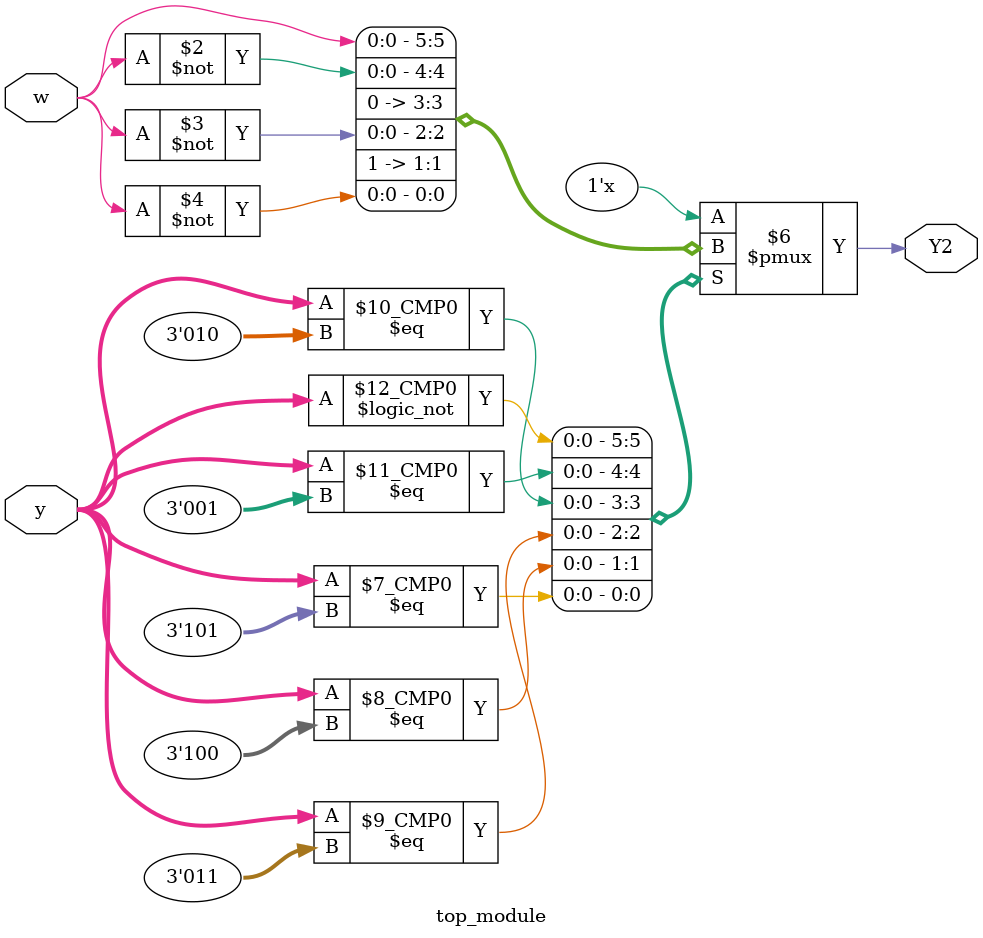
<source format=sv>
module top_module(
    input [3:1] y,
    input w,
    output reg Y2
);

always @(*) begin
    case (y)
        3'b000: Y2 = w;        // State A
        3'b001: Y2 = ~w;       // State B
        3'b010: Y2 = 1'b0;     // State C
        3'b011: Y2 = ~w;       // State D
        3'b100: Y2 = 1'b1;     // State E
        3'b101: Y2 = ~w;       // State F
        default: Y2 = 1'bx;
    endcase
end

endmodule

</source>
